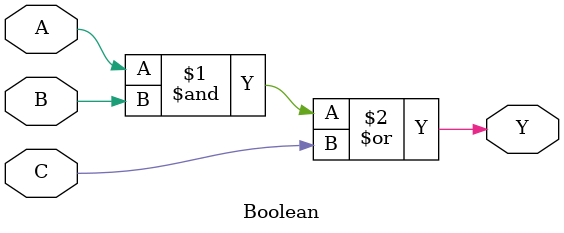
<source format=v>
module Boolean(
    input A,   
    input B,   
    input C,  
    output Y   
);
    assign Y = (A & B) | C;

endmodule

</source>
